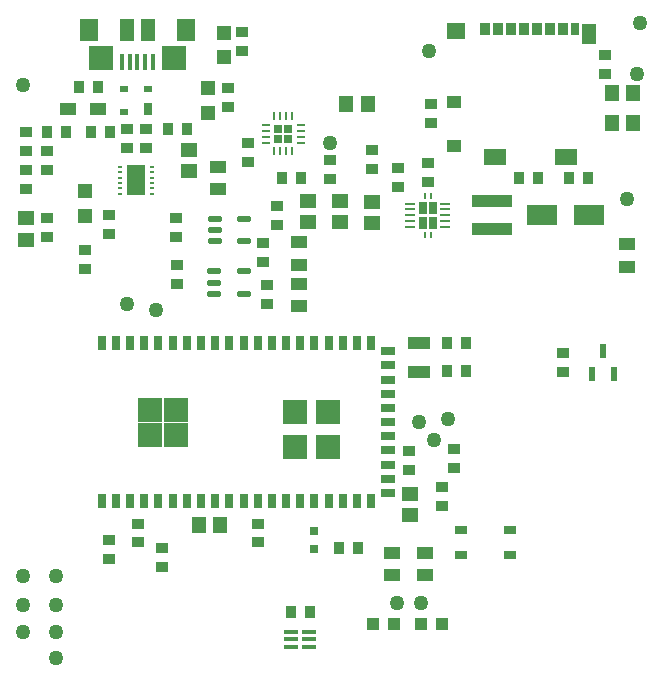
<source format=gtp>
G04*
G04 #@! TF.GenerationSoftware,Altium Limited,Altium Designer,23.1.1 (15)*
G04*
G04 Layer_Color=8421504*
%FSLAX25Y25*%
%MOIN*%
G70*
G04*
G04 #@! TF.SameCoordinates,04E93CFA-C197-41A2-BC49-AEE8B521008C*
G04*
G04*
G04 #@! TF.FilePolarity,Positive*
G04*
G01*
G75*
%ADD20R,0.02756X0.02756*%
%ADD21R,0.02756X0.02756*%
%ADD22R,0.02677X0.04134*%
%ADD23R,0.01024X0.01968*%
%ADD24C,0.05000*%
%ADD25R,0.03937X0.03543*%
%ADD26R,0.02236X0.04956*%
%ADD27R,0.03543X0.03937*%
%ADD28R,0.07480X0.04331*%
%ADD29R,0.04724X0.01378*%
%ADD30R,0.05512X0.04134*%
%ADD31R,0.04134X0.02559*%
G04:AMPARAMS|DCode=32|XSize=47.64mil|YSize=23.23mil|CornerRadius=5.81mil|HoleSize=0mil|Usage=FLASHONLY|Rotation=0.000|XOffset=0mil|YOffset=0mil|HoleType=Round|Shape=RoundedRectangle|*
%AMROUNDEDRECTD32*
21,1,0.04764,0.01161,0,0,0.0*
21,1,0.03602,0.02323,0,0,0.0*
1,1,0.01161,0.01801,-0.00581*
1,1,0.01161,-0.01801,-0.00581*
1,1,0.01161,-0.01801,0.00581*
1,1,0.01161,0.01801,0.00581*
%
%ADD32ROUNDEDRECTD32*%
%ADD33R,0.04724X0.04724*%
%ADD34R,0.01575X0.05315*%
%ADD35R,0.08268X0.07874*%
%ADD36R,0.06299X0.07480*%
%ADD37R,0.04724X0.07480*%
%ADD38R,0.02756X0.02362*%
%ADD39R,0.02756X0.03937*%
%ADD40R,0.02756X0.04724*%
%ADD41R,0.04724X0.02756*%
%ADD42R,0.07874X0.07874*%
%ADD43R,0.06299X0.09843*%
%ADD44R,0.01575X0.00984*%
%ADD45R,0.04606X0.07087*%
%ADD46R,0.02953X0.04331*%
%ADD47R,0.03347X0.04331*%
%ADD48R,0.06102X0.05315*%
%ADD49R,0.04724X0.03937*%
%ADD50R,0.07480X0.05315*%
%ADD51R,0.13386X0.03858*%
%ADD52R,0.05512X0.03937*%
%ADD53R,0.03150X0.03150*%
%ADD54R,0.09843X0.06693*%
%ADD55R,0.04528X0.05709*%
%ADD56R,0.05709X0.04528*%
%ADD57R,0.04331X0.04331*%
%ADD58O,0.00906X0.03150*%
%ADD59O,0.03150X0.00906*%
G04:AMPARAMS|DCode=60|XSize=9.06mil|YSize=31.5mil|CornerRadius=1mil|HoleSize=0mil|Usage=FLASHONLY|Rotation=90.000|XOffset=0mil|YOffset=0mil|HoleType=Round|Shape=RoundedRectangle|*
%AMROUNDEDRECTD60*
21,1,0.00906,0.02950,0,0,90.0*
21,1,0.00706,0.03150,0,0,90.0*
1,1,0.00200,0.01475,0.00353*
1,1,0.00200,0.01475,-0.00353*
1,1,0.00200,-0.01475,-0.00353*
1,1,0.00200,-0.01475,0.00353*
%
%ADD60ROUNDEDRECTD60*%
D20*
X90726Y192695D02*
D03*
X94270Y196239D02*
D03*
D21*
X90726Y196239D02*
D03*
X94270Y192695D02*
D03*
D22*
X138976Y169823D02*
D03*
X142520D02*
D03*
Y164823D02*
D03*
X138976D02*
D03*
D23*
X139764Y173740D02*
D03*
X141732D02*
D03*
Y160906D02*
D03*
X139764D02*
D03*
D24*
X5906Y37402D02*
D03*
X16732Y47244D02*
D03*
X5906Y210607D02*
D03*
X147441Y99410D02*
D03*
X5906Y28543D02*
D03*
X211614Y231299D02*
D03*
X16732Y37402D02*
D03*
X141181Y222244D02*
D03*
X108268Y191514D02*
D03*
X40612Y137636D02*
D03*
X5906Y47244D02*
D03*
X50197Y135827D02*
D03*
X130352Y38000D02*
D03*
X138457D02*
D03*
X16732Y19685D02*
D03*
X207000Y172672D02*
D03*
X142717Y92520D02*
D03*
X137795Y98409D02*
D03*
X210478Y214589D02*
D03*
X16732Y28543D02*
D03*
D25*
X34449Y52860D02*
D03*
Y59159D02*
D03*
X26575Y155709D02*
D03*
Y149409D02*
D03*
X185666Y121498D02*
D03*
Y115199D02*
D03*
X46900Y189650D02*
D03*
Y195950D02*
D03*
X40400D02*
D03*
Y189650D02*
D03*
X122047Y189009D02*
D03*
Y182710D02*
D03*
X140748Y184778D02*
D03*
Y178479D02*
D03*
X90530Y163976D02*
D03*
Y170276D02*
D03*
X199803Y214392D02*
D03*
Y220691D02*
D03*
X85827Y158071D02*
D03*
Y151772D02*
D03*
X56840Y166535D02*
D03*
Y160236D02*
D03*
X13780Y166339D02*
D03*
Y160039D02*
D03*
X6890Y176215D02*
D03*
Y182514D02*
D03*
X80709Y191428D02*
D03*
Y185129D02*
D03*
X78740Y228543D02*
D03*
Y222244D02*
D03*
X74056Y209702D02*
D03*
Y203403D02*
D03*
X130905Y176707D02*
D03*
Y183006D02*
D03*
X141732Y198213D02*
D03*
Y204512D02*
D03*
X145512Y76772D02*
D03*
Y70472D02*
D03*
X84034Y64589D02*
D03*
Y58289D02*
D03*
X44291Y64589D02*
D03*
Y58289D02*
D03*
X52165Y56299D02*
D03*
Y50000D02*
D03*
X108268Y185664D02*
D03*
Y179365D02*
D03*
X6890Y188779D02*
D03*
Y195079D02*
D03*
X13780Y188813D02*
D03*
Y182514D02*
D03*
X34449Y161024D02*
D03*
Y167323D02*
D03*
X87024Y137636D02*
D03*
Y143936D02*
D03*
X57087Y144488D02*
D03*
Y150787D02*
D03*
X149511Y83045D02*
D03*
Y89344D02*
D03*
X134602Y82323D02*
D03*
Y88622D02*
D03*
D26*
X199123Y122148D02*
D03*
X202726Y114548D02*
D03*
X195521D02*
D03*
D27*
X147250Y115337D02*
D03*
X153550D02*
D03*
Y124803D02*
D03*
X147250D02*
D03*
X20079Y195079D02*
D03*
X13780D02*
D03*
X60356Y195950D02*
D03*
X54057D02*
D03*
X28604Y195079D02*
D03*
X34903D02*
D03*
X24606Y210107D02*
D03*
X30906D02*
D03*
X98600Y179857D02*
D03*
X92301D02*
D03*
X177362D02*
D03*
X171063D02*
D03*
X194095D02*
D03*
X187795D02*
D03*
X117323Y56299D02*
D03*
X111024D02*
D03*
X101455Y35000D02*
D03*
X95156D02*
D03*
D28*
X137795Y114961D02*
D03*
Y124803D02*
D03*
D29*
X95254Y28559D02*
D03*
Y26000D02*
D03*
Y23441D02*
D03*
X101159Y28559D02*
D03*
Y26000D02*
D03*
Y23441D02*
D03*
D30*
X139667Y54921D02*
D03*
Y47441D02*
D03*
X128667Y54921D02*
D03*
Y47441D02*
D03*
X97750Y158268D02*
D03*
Y150787D02*
D03*
X70866Y183597D02*
D03*
Y176117D02*
D03*
X207000Y150260D02*
D03*
Y157740D02*
D03*
X97750Y137046D02*
D03*
Y144526D02*
D03*
D31*
X168187Y53983D02*
D03*
X151848D02*
D03*
Y62448D02*
D03*
X168187D02*
D03*
D32*
X79309Y148622D02*
D03*
Y141142D02*
D03*
X69427D02*
D03*
Y144882D02*
D03*
Y148622D02*
D03*
X79526Y166142D02*
D03*
Y158661D02*
D03*
X69644D02*
D03*
Y162402D02*
D03*
Y166142D02*
D03*
D33*
X72835Y219945D02*
D03*
Y228213D02*
D03*
X26575Y167126D02*
D03*
Y175394D02*
D03*
X67461Y201589D02*
D03*
Y209857D02*
D03*
D34*
X38840Y218468D02*
D03*
X41399D02*
D03*
X43958D02*
D03*
X46517D02*
D03*
X49076D02*
D03*
D35*
X31754Y219748D02*
D03*
X56163D02*
D03*
D36*
X27817Y229000D02*
D03*
X60100D02*
D03*
D37*
X40612D02*
D03*
X47305D02*
D03*
D38*
X39451Y201913D02*
D03*
X47325Y209393D02*
D03*
X39451D02*
D03*
D39*
X47325Y202700D02*
D03*
D40*
X32065Y72047D02*
D03*
X36789D02*
D03*
X41514D02*
D03*
X46238D02*
D03*
X50963D02*
D03*
X55687D02*
D03*
X60411D02*
D03*
X65136D02*
D03*
X69860D02*
D03*
X74585D02*
D03*
X79309D02*
D03*
X84034D02*
D03*
X88758D02*
D03*
X93482D02*
D03*
X98207D02*
D03*
X102931D02*
D03*
X107656D02*
D03*
X112380D02*
D03*
X117104D02*
D03*
X121829D02*
D03*
Y124803D02*
D03*
X117104D02*
D03*
X112380D02*
D03*
X107656D02*
D03*
X102931D02*
D03*
X98207D02*
D03*
X93482D02*
D03*
X88758D02*
D03*
X84034D02*
D03*
X79309D02*
D03*
X74585D02*
D03*
X69860D02*
D03*
X65136D02*
D03*
X60411D02*
D03*
X55687D02*
D03*
X50963D02*
D03*
X46238D02*
D03*
X41514D02*
D03*
X36789D02*
D03*
X32065D02*
D03*
D41*
X127502Y74787D02*
D03*
Y84236D02*
D03*
Y88961D02*
D03*
Y93685D02*
D03*
Y98409D02*
D03*
Y103134D02*
D03*
Y107858D02*
D03*
Y112583D02*
D03*
Y117307D02*
D03*
Y122031D02*
D03*
Y79512D02*
D03*
D42*
X107600Y90215D02*
D03*
X96360D02*
D03*
X107600Y101727D02*
D03*
X96360D02*
D03*
X56840Y93947D02*
D03*
X48108D02*
D03*
X56840Y102538D02*
D03*
X48108D02*
D03*
D43*
X43485Y178971D02*
D03*
D44*
X48800Y183400D02*
D03*
Y181628D02*
D03*
Y179857D02*
D03*
Y178085D02*
D03*
Y176313D02*
D03*
Y174542D02*
D03*
X38170D02*
D03*
Y176313D02*
D03*
Y178085D02*
D03*
Y179857D02*
D03*
Y181628D02*
D03*
Y183400D02*
D03*
D45*
X194628Y227931D02*
D03*
D46*
X189864Y229309D02*
D03*
D47*
X185730D02*
D03*
X181400D02*
D03*
X177069D02*
D03*
X172738D02*
D03*
X168407D02*
D03*
X164077D02*
D03*
X159746D02*
D03*
D48*
X150061Y228817D02*
D03*
D49*
X149372Y190530D02*
D03*
Y205097D02*
D03*
D50*
X163152Y186691D02*
D03*
X186655D02*
D03*
D51*
X162085Y172137D02*
D03*
Y162806D02*
D03*
D52*
X30906Y202700D02*
D03*
X20669D02*
D03*
D53*
X102931Y62008D02*
D03*
Y56102D02*
D03*
D54*
X194529Y167424D02*
D03*
X178781D02*
D03*
D55*
X120648Y204439D02*
D03*
X113561D02*
D03*
X209302Y208093D02*
D03*
X202216D02*
D03*
X209302Y198103D02*
D03*
X202216D02*
D03*
X64370Y63976D02*
D03*
X71457D02*
D03*
D56*
X61024Y181982D02*
D03*
Y189069D02*
D03*
X122047Y164726D02*
D03*
Y171812D02*
D03*
X111398Y164948D02*
D03*
Y172035D02*
D03*
X100948Y164948D02*
D03*
Y172035D02*
D03*
X6890Y166339D02*
D03*
Y159252D02*
D03*
X134941Y67323D02*
D03*
Y74410D02*
D03*
D57*
X122457Y31000D02*
D03*
X129543D02*
D03*
X145543Y31000D02*
D03*
X138457D02*
D03*
D58*
X95451Y188660D02*
D03*
X93482D02*
D03*
X91514D02*
D03*
X89545D02*
D03*
Y200274D02*
D03*
X91514D02*
D03*
X93482D02*
D03*
X95451D02*
D03*
D59*
X86691Y191514D02*
D03*
Y193483D02*
D03*
Y195451D02*
D03*
Y197420D02*
D03*
X98305D02*
D03*
Y195451D02*
D03*
Y193483D02*
D03*
Y191514D02*
D03*
D60*
X134941Y171260D02*
D03*
Y169291D02*
D03*
Y167323D02*
D03*
Y165354D02*
D03*
Y163386D02*
D03*
X146555D02*
D03*
Y165354D02*
D03*
Y167323D02*
D03*
Y169291D02*
D03*
Y171260D02*
D03*
M02*

</source>
